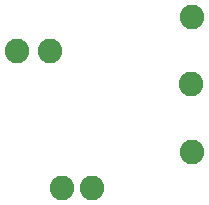
<source format=gbs>
G75*
G70*
%OFA0B0*%
%FSLAX24Y24*%
%IPPOS*%
%LPD*%
%AMOC8*
5,1,8,0,0,1.08239X$1,22.5*
%
%ADD10C,0.0820*%
D10*
X003980Y005380D03*
X004980Y005380D03*
X008260Y008850D03*
X008310Y011080D03*
X008310Y006590D03*
X003580Y009930D03*
X002480Y009930D03*
M02*

</source>
